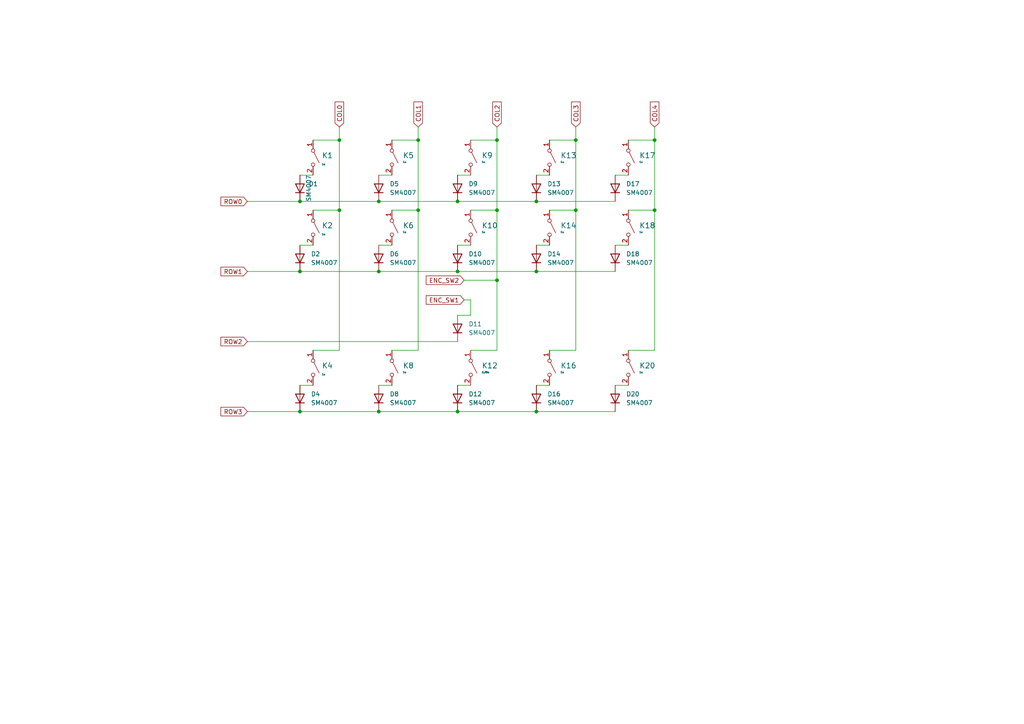
<source format=kicad_sch>
(kicad_sch (version 20230121) (generator eeschema)
  (paper "A4")
  (title_block (title "VMacPad PCB - Switches") (date "2023-08-07") (rev "1") (company "11kbd"))
  (lib_symbols
    (symbol "Diode:SM4007" (pin_numbers hide) (pin_names hide)
      (property "Reference" "D" (at 0 2.54 0))
      (property "Value" "SM4007" (at 0 -2.54 0))
      (symbol "SM4007_0_1"
        (polyline (pts (xy -1.27 1.27) (xy -1.27 -1.27)) (stroke (width 0.254)))
        (polyline (pts (xy 1.27 0) (xy -1.27 0)))
        (polyline (pts (xy 1.27 1.27) (xy 1.27 -1.27) (xy -1.27 0) (xy 1.27 1.27)) (stroke (width 0.254)))
      )
      (symbol "SM4007_1_1"
        (pin passive line (at -3.81 0 0) (length 2.54) (name "K") (number "1"))
        (pin passive line (at 3.81 0 180) (length 2.54) (name "A") (number "2"))
      )
    )
    (symbol "Switch:SW_SPST" (pin_names (offset 0) hide)
      (property "Reference" "SW" (at 0 3.175 0))
      (property "Value" "SW_SPST" (at 0 -2.54 0))
      (symbol "SW_SPST_0_0"
        (circle (center -2.032 0) (radius 0.508))
        (polyline (pts (xy -1.524 0.254) (xy 1.524 1.778)))
        (circle (center 2.032 0) (radius 0.508))
      )
      (symbol "SW_SPST_1_1"
        (pin passive line (at -5.08 0 0) (length 2.54) (name "A") (number "1"))
        (pin passive line (at 5.08 0 180) (length 2.54) (name "B") (number "2"))
      )
    )
  )
  (junction (at 189.865 40.64))
  (junction (at 144.145 60.96))
  (junction (at 109.855 119.38))
  (junction (at 167.005 40.64))
  (junction (at 109.855 58.42))
  (junction (at 189.865 60.96))
  (junction (at 155.575 119.38))
  (junction (at 155.575 78.74))
  (junction (at 121.285 60.96))
  (junction (at 121.285 40.64))
  (junction (at 132.715 58.42))
  (junction (at 167.005 60.96))
  (junction (at 144.145 40.64))
  (junction (at 144.145 81.28))
  (junction (at 132.715 119.38))
  (junction (at 98.425 40.64))
  (junction (at 155.575 58.42))
  (junction (at 109.855 78.74))
  (junction (at 132.715 78.74))
  (junction (at 86.995 58.42))
  (junction (at 86.995 78.74))
  (junction (at 86.995 119.38))
  (junction (at 98.425 60.96))
  (wire (pts (xy 90.805 60.96) (xy 98.425 60.96)))
  (wire (pts (xy 71.755 58.42) (xy 86.995 58.42)))
  (wire (pts (xy 113.665 101.6) (xy 121.285 101.6)))
  (wire (pts (xy 90.805 101.6) (xy 98.425 101.6)))
  (wire (pts (xy 109.855 50.8) (xy 113.665 50.8)))
  (wire (pts (xy 155.575 78.74) (xy 178.435 78.74)))
  (wire (pts (xy 155.575 119.38) (xy 178.435 119.38)))
  (wire (pts (xy 113.665 60.96) (xy 121.285 60.96)))
  (wire (pts (xy 144.145 36.83) (xy 144.145 40.64)))
  (wire (pts (xy 178.435 50.8) (xy 182.245 50.8)))
  (wire (pts (xy 132.715 111.76) (xy 136.525 111.76)))
  (wire (pts (xy 189.865 60.96) (xy 189.865 101.6)))
  (wire (pts (xy 86.995 58.42) (xy 109.855 58.42)))
  (wire (pts (xy 159.385 60.96) (xy 167.005 60.96)))
  (wire (pts (xy 132.715 71.12) (xy 136.525 71.12)))
  (wire (pts (xy 144.145 60.96) (xy 144.145 81.28)))
  (wire (pts (xy 86.995 50.8) (xy 90.805 50.8)))
  (wire (pts (xy 155.575 111.76) (xy 159.385 111.76)))
  (wire (pts (xy 121.285 60.96) (xy 121.285 101.6)))
  (wire (pts (xy 109.855 58.42) (xy 132.715 58.42)))
  (wire (pts (xy 159.385 101.6) (xy 167.005 101.6)))
  (wire (pts (xy 136.525 101.6) (xy 144.145 101.6)))
  (wire (pts (xy 155.575 58.42) (xy 178.435 58.42)))
  (wire (pts (xy 167.005 60.96) (xy 167.005 101.6)))
  (wire (pts (xy 155.575 71.12) (xy 159.385 71.12)))
  (wire (pts (xy 109.855 111.76) (xy 113.665 111.76)))
  (wire (pts (xy 189.865 40.64) (xy 182.245 40.64)))
  (wire (pts (xy 86.995 78.74) (xy 109.855 78.74)))
  (wire (pts (xy 86.995 119.38) (xy 109.855 119.38)))
  (wire (pts (xy 132.715 119.38) (xy 155.575 119.38)))
  (wire (pts (xy 121.285 36.83) (xy 121.285 40.64)))
  (wire (pts (xy 86.995 71.12) (xy 90.805 71.12)))
  (wire (pts (xy 90.805 40.64) (xy 98.425 40.64)))
  (wire (pts (xy 109.855 119.38) (xy 132.715 119.38)))
  (wire (pts (xy 98.425 60.96) (xy 98.425 101.6)))
  (wire (pts (xy 132.715 91.44) (xy 136.525 91.44)))
  (wire (pts (xy 182.245 101.6) (xy 189.865 101.6)))
  (wire (pts (xy 98.425 40.64) (xy 98.425 60.96)))
  (wire (pts (xy 178.435 71.12) (xy 182.245 71.12)))
  (wire (pts (xy 189.865 36.83) (xy 189.865 40.64)))
  (wire (pts (xy 71.755 78.74) (xy 86.995 78.74)))
  (wire (pts (xy 178.435 111.76) (xy 182.245 111.76)))
  (wire (pts (xy 109.855 71.12) (xy 113.665 71.12)))
  (wire (pts (xy 182.245 60.96) (xy 189.865 60.96)))
  (wire (pts (xy 189.865 40.64) (xy 189.865 60.96)))
  (wire (pts (xy 136.525 60.96) (xy 144.145 60.96)))
  (wire (pts (xy 136.525 86.995) (xy 136.525 91.44)))
  (wire (pts (xy 144.145 81.28) (xy 144.145 101.6)))
  (wire (pts (xy 71.755 119.38) (xy 86.995 119.38)))
  (wire (pts (xy 167.005 40.64) (xy 167.005 60.96)))
  (wire (pts (xy 86.995 111.76) (xy 90.805 111.76)))
  (wire (pts (xy 167.005 40.64) (xy 159.385 40.64)))
  (wire (pts (xy 109.855 78.74) (xy 132.715 78.74)))
  (wire (pts (xy 132.715 78.74) (xy 155.575 78.74)))
  (wire (pts (xy 134.62 86.995) (xy 136.525 86.995)))
  (wire (pts (xy 132.715 50.8) (xy 136.525 50.8)))
  (wire (pts (xy 71.755 99.06) (xy 132.715 99.06)))
  (wire (pts (xy 98.425 36.83) (xy 98.425 40.64)))
  (wire (pts (xy 134.62 81.28) (xy 144.145 81.28)))
  (wire (pts (xy 167.005 36.83) (xy 167.005 40.64)))
  (wire (pts (xy 121.285 40.64) (xy 121.285 60.96)))
  (wire (pts (xy 144.145 40.64) (xy 136.525 40.64)))
  (wire (pts (xy 155.575 50.8) (xy 159.385 50.8)))
  (wire (pts (xy 144.145 40.64) (xy 144.145 60.96)))
  (wire (pts (xy 121.285 40.64) (xy 113.665 40.64)))
  (wire (pts (xy 132.715 58.42) (xy 155.575 58.42)))
  (global_label "COL4" (shape input) (at 189.865 36.83 90) (property "Intersheetrefs" "${INTERSHEET_REFS}" (effects hide)))
  (global_label "COL1" (shape input) (at 121.285 36.83 90) (property "Intersheetrefs" "${INTERSHEET_REFS}" (effects hide)))
  (global_label "ROW2" (shape input) (at 71.755 99.06 180) (property "Intersheetrefs" "${INTERSHEET_REFS}" (effects hide)))
  (global_label "ROW0" (shape input) (at 71.755 58.42 180) (property "Intersheetrefs" "${INTERSHEET_REFS}" (effects hide)))
  (global_label "COL3" (shape input) (at 167.005 36.83 90) (property "Intersheetrefs" "${INTERSHEET_REFS}" (effects hide)))
  (global_label "COL2" (shape input) (at 144.145 36.83 90) (property "Intersheetrefs" "${INTERSHEET_REFS}" (effects hide)))
  (global_label "ENC_SW1" (shape input) (at 134.62 86.995 180) (property "Intersheetrefs" "${INTERSHEET_REFS}" (effects hide)))
  (global_label "ENC_SW2" (shape input) (at 134.62 81.28 180) (property "Intersheetrefs" "${INTERSHEET_REFS}" (effects hide)))
  (global_label "ROW3" (shape input) (at 71.755 119.38 180) (property "Intersheetrefs" "${INTERSHEET_REFS}" (effects hide)))
  (global_label "COL0" (shape input) (at 98.425 36.83 90) (property "Intersheetrefs" "${INTERSHEET_REFS}" (effects hide)))
  (global_label "ROW1" (shape input) (at 71.755 78.74 180) (property "Intersheetrefs" "${INTERSHEET_REFS}" (effects hide)))
  (symbol (lib_id "Diode:SM4007") (at 178.435 74.93 90) (unit 1)
    (property "Reference" "D18" (at 181.61 73.66 90) (effects (justify right)))
    (property "Value" "SM4007" (at 181.61 76.2 90) (effects (justify right)))
    (property "Footprint" "Diode_SMD:D_SOD-123F" (effects hide))
    (property "Datasheet" "http://cdn-reichelt.de/documents/datenblatt/A400/SMD1N400%23DIO.pdf" (effects hide))
    (property "Sim.Device" "D" (effects hide))
    (property "Sim.Pins" "1=K 2=A" (effects hide))
    (property "LCSC Part No" "C64898" (effects hide))
    (property "Package" "SOD-123FL" (effects hide))
    (property "LCSC" "C64898" (effects hide))
    (instances (project "vmacpad-pcb" (path "" (reference "D18") (unit 1))) (project "hedgehog-lite" (path "" (reference "D14") (unit 1))))
  )
  (symbol (lib_id "Switch:SW_SPST") (at 159.385 45.72 270) (unit 1)
    (property "Reference" "K13" (at 162.56 45.085 90) (effects (font (size 1.524 1.524)) (justify left)))
    (property "Value" "1u" (at 162.56 46.9899 90) (effects (font (size 0.508 0.508)) (justify left)))
    (property "Footprint" "acheron_MXH:MX100H" (effects hide))
    (property "LCSC Part No" "C5156480" (effects hide))
    (property "LCSC" "C5156480" (effects hide))
    (instances (project "vmacpad-pcb" (path "" (reference "K13") (unit 1))) (project "hedgehog-lite" (path "" (reference "K3") (unit 1))))
  )
  (symbol (lib_id "Switch:SW_SPST") (at 159.385 106.68 270) (unit 1)
    (property "Reference" "K16" (at 162.56 106.045 90) (effects (font (size 1.524 1.524)) (justify left)))
    (property "Value" "1u" (at 162.56 107.9499 90) (effects (font (size 0.508 0.508)) (justify left)))
    (property "Footprint" "acheron_MXH:MX100H" (effects hide))
    (property "LCSC Part No" "C5156480" (effects hide))
    (property "LCSC" "C5156480" (effects hide))
    (instances (project "vmacpad-pcb" (path "" (reference "K16") (unit 1))) (project "hedgehog-lite" (path "" (reference "K33") (unit 1))))
  )
  (symbol (lib_id "Switch:SW_SPST") (at 136.525 106.68 270) (unit 1)
    (property "Reference" "K12" (at 139.7 106.045 90) (effects (font (size 1.524 1.524)) (justify left)))
    (property "Value" "2.25u" (at 139.7 107.9499 90) (effects (font (size 0.508 0.508)) (justify left)))
    (property "Footprint" "acheron_MXH:MX225HR" (effects hide))
    (property "LCSC Part No" "C5156480" (effects hide))
    (property "LCSC" "C5156480" (effects hide))
    (instances (project "vmacpad-pcb" (path "" (reference "K12") (unit 1))) (project "hedgehog-lite" (path "" (reference "K32") (unit 1))))
  )
  (symbol (lib_id "Diode:SM4007") (at 178.435 54.61 90) (unit 1)
    (property "Reference" "D17" (at 181.61 53.34 90) (effects (justify right)))
    (property "Value" "SM4007" (at 181.61 55.88 90) (effects (justify right)))
    (property "Footprint" "Diode_SMD:D_SOD-123F" (effects hide))
    (property "Datasheet" "http://cdn-reichelt.de/documents/datenblatt/A400/SMD1N400%23DIO.pdf" (effects hide))
    (property "Sim.Device" "D" (effects hide))
    (property "Sim.Pins" "1=K 2=A" (effects hide))
    (property "LCSC Part No" "C64898" (effects hide))
    (property "Package" "SOD-123FL" (effects hide))
    (property "LCSC" "C64898" (effects hide))
    (instances (project "vmacpad-pcb" (path "" (reference "D17") (unit 1))) (project "hedgehog-lite" (path "" (reference "D4") (unit 1))))
  )
  (symbol (lib_id "Switch:SW_SPST") (at 182.245 66.04 270) (unit 1)
    (property "Reference" "K18" (at 185.42 65.405 90) (effects (font (size 1.524 1.524)) (justify left)))
    (property "Value" "1u" (at 185.42 67.3099 90) (effects (font (size 0.508 0.508)) (justify left)))
    (property "Footprint" "acheron_MXH:MX100H" (effects hide))
    (property "LCSC Part No" "C5156480" (effects hide))
    (property "LCSC" "C5156480" (effects hide))
    (instances (project "vmacpad-pcb" (path "" (reference "K18") (unit 1))) (project "hedgehog-lite" (path "" (reference "K14") (unit 1))))
  )
  (symbol (lib_id "Switch:SW_SPST") (at 113.665 66.04 270) (unit 1)
    (property "Reference" "K6" (at 116.84 65.405 90) (effects (font (size 1.524 1.524)) (justify left)))
    (property "Value" "1u" (at 116.84 67.3099 90) (effects (font (size 0.508 0.508)) (justify left)))
    (property "Footprint" "acheron_MXH:MX100H" (effects hide))
    (property "LCSC Part No" "C5156480" (effects hide))
    (property "LCSC" "C5156480" (effects hide))
    (instances (project "vmacpad-pcb" (path "" (reference "K6") (unit 1))) (project "hedgehog-lite" (path "" (reference "K11") (unit 1))))
  )
  (symbol (lib_id "Switch:SW_SPST") (at 182.245 45.72 270) (unit 1)
    (property "Reference" "K17" (at 185.42 45.085 90) (effects (font (size 1.524 1.524)) (justify left)))
    (property "Value" "1u" (at 185.42 46.9899 90) (effects (font (size 0.508 0.508)) (justify left)))
    (property "Footprint" "acheron_MXH:MX100H" (effects hide))
    (property "LCSC Part No" "C5156480" (effects hide))
    (property "LCSC" "C5156480" (effects hide))
    (instances (project "vmacpad-pcb" (path "" (reference "K17") (unit 1))) (project "hedgehog-lite" (path "" (reference "K4") (unit 1))))
  )
  (symbol (lib_id "Diode:SM4007") (at 86.995 54.61 90) (unit 1)
    (property "Reference" "D1" (at 89.535 53.3399 90) (effects (justify right)))
    (property "Value" "SM4007" (at 89.535 54.61 0))
    (property "Footprint" "Diode_SMD:D_SOD-123F" (effects hide))
    (property "Datasheet" "http://cdn-reichelt.de/documents/datenblatt/A400/SMD1N400%23DIO.pdf" (effects hide))
    (property "Sim.Device" "D" (effects hide))
    (property "Sim.Pins" "1=K 2=A" (effects hide))
    (property "LCSC Part No" "C64898" (effects hide))
    (property "Package" "SOD-123FL" (effects hide))
    (property "LCSC" "C64898" (effects hide))
    (instances (project "vmacpad-pcb" (path "" (reference "D1") (unit 1))) (project "hedgehog-lite" (path "" (reference "D0") (unit 1))))
  )
  (symbol (lib_id "Switch:SW_SPST") (at 136.525 45.72 270) (unit 1)
    (property "Reference" "K9" (at 139.7 45.085 90) (effects (font (size 1.524 1.524)) (justify left)))
    (property "Value" "1u" (at 139.7 46.9899 90) (effects (font (size 0.508 0.508)) (justify left)))
    (property "Footprint" "acheron_MXH:MX100H" (effects hide))
    (property "LCSC Part No" "C5156480" (effects hide))
    (property "LCSC" "C5156480" (effects hide))
    (instances (project "vmacpad-pcb" (path "" (reference "K9") (unit 1))) (project "hedgehog-lite" (path "" (reference "K2") (unit 1))))
  )
  (symbol (lib_id "Switch:SW_SPST") (at 113.665 106.68 270) (unit 1)
    (property "Reference" "K8" (at 116.84 106.045 90) (effects (font (size 1.524 1.524)) (justify left)))
    (property "Value" "1u" (at 116.84 107.9499 90) (effects (font (size 0.508 0.508)) (justify left)))
    (property "Footprint" "acheron_MXH:MX100H" (effects hide))
    (property "LCSC Part No" "C5156480" (effects hide))
    (property "LCSC" "C5156480" (effects hide))
    (instances (project "vmacpad-pcb" (path "" (reference "K8") (unit 1))) (project "hedgehog-lite" (path "" (reference "K31") (unit 1))))
  )
  (symbol (lib_id "Switch:SW_SPST") (at 90.805 106.68 270) (unit 1)
    (property "Reference" "K4" (at 93.345 106.045 90) (effects (font (size 1.524 1.524)) (justify left)))
    (property "Value" "1u" (at 93.345 108.5849 90) (effects (font (size 0.508 0.508)) (justify left)))
    (property "Footprint" "acheron_MXH:MX100H" (effects hide))
    (property "LCSC Part No" "C5156480" (effects hide))
    (property "LCSC" "C5156480" (effects hide))
    (instances (project "vmacpad-pcb" (path "" (reference "K4") (unit 1))) (project "hedgehog-lite" (path "" (reference "K30") (unit 1))))
  )
  (symbol (lib_id "Diode:SM4007") (at 132.715 54.61 90) (unit 1)
    (property "Reference" "D9" (at 135.89 53.34 90) (effects (justify right)))
    (property "Value" "SM4007" (at 135.89 55.88 90) (effects (justify right)))
    (property "Footprint" "Diode_SMD:D_SOD-123F" (effects hide))
    (property "Datasheet" "http://cdn-reichelt.de/documents/datenblatt/A400/SMD1N400%23DIO.pdf" (effects hide))
    (property "Sim.Device" "D" (effects hide))
    (property "Sim.Pins" "1=K 2=A" (effects hide))
    (property "LCSC Part No" "C64898" (effects hide))
    (property "Package" "SOD-123FL" (effects hide))
    (property "LCSC" "C64898" (effects hide))
    (instances (project "vmacpad-pcb" (path "" (reference "D9") (unit 1))) (project "hedgehog-lite" (path "" (reference "D2") (unit 1))))
  )
  (symbol (lib_id "Switch:SW_SPST") (at 182.245 106.68 270) (unit 1)
    (property "Reference" "K20" (at 185.42 106.045 90) (effects (font (size 1.524 1.524)) (justify left)))
    (property "Value" "1u" (at 185.42 107.9499 90) (effects (font (size 0.508 0.508)) (justify left)))
    (property "Footprint" "acheron_MXH:MX100H" (effects hide))
    (property "LCSC Part No" "C5156480" (effects hide))
    (property "LCSC" "C5156480" (effects hide))
    (instances (project "vmacpad-pcb" (path "" (reference "K20") (unit 1))) (project "hedgehog-lite" (path "" (reference "K34") (unit 1))))
  )
  (symbol (lib_id "Switch:SW_SPST") (at 159.385 66.04 270) (unit 1)
    (property "Reference" "K14" (at 162.56 65.405 90) (effects (font (size 1.524 1.524)) (justify left)))
    (property "Value" "1u" (at 162.56 67.3099 90) (effects (font (size 0.508 0.508)) (justify left)))
    (property "Footprint" "acheron_MXH:MX100H" (effects hide))
    (property "LCSC Part No" "C5156480" (effects hide))
    (property "LCSC" "C5156480" (effects hide))
    (instances (project "vmacpad-pcb" (path "" (reference "K14") (unit 1))) (project "hedgehog-lite" (path "" (reference "K13") (unit 1))))
  )
  (symbol (lib_id "Switch:SW_SPST") (at 136.525 66.04 270) (unit 1)
    (property "Reference" "K10" (at 139.7 65.405 90) (effects (font (size 1.524 1.524)) (justify left)))
    (property "Value" "1u" (at 139.7 67.3099 90) (effects (font (size 0.508 0.508)) (justify left)))
    (property "Footprint" "acheron_MXH:MX100H" (effects hide))
    (property "LCSC Part No" "C5156480" (effects hide))
    (property "LCSC" "C5156480" (effects hide))
    (instances (project "vmacpad-pcb" (path "" (reference "K10") (unit 1))) (project "hedgehog-lite" (path "" (reference "K12") (unit 1))))
  )
  (symbol (lib_id "Diode:SM4007") (at 109.855 54.61 90) (unit 1)
    (property "Reference" "D5" (at 113.03 53.34 90) (effects (justify right)))
    (property "Value" "SM4007" (at 113.03 55.88 90) (effects (justify right)))
    (property "Footprint" "Diode_SMD:D_SOD-123F" (effects hide))
    (property "Datasheet" "http://cdn-reichelt.de/documents/datenblatt/A400/SMD1N400%23DIO.pdf" (effects hide))
    (property "Sim.Device" "D" (effects hide))
    (property "Sim.Pins" "1=K 2=A" (effects hide))
    (property "LCSC Part No" "C64898" (effects hide))
    (property "Package" "SOD-123FL" (effects hide))
    (property "LCSC" "C64898" (effects hide))
    (instances (project "vmacpad-pcb" (path "" (reference "D5") (unit 1))) (project "hedgehog-lite" (path "" (reference "D1") (unit 1))))
  )
  (symbol (lib_id "Diode:SM4007") (at 109.855 74.93 90) (unit 1)
    (property "Reference" "D6" (at 113.03 73.66 90) (effects (justify right)))
    (property "Value" "SM4007" (at 113.03 76.2 90) (effects (justify right)))
    (property "Footprint" "Diode_SMD:D_SOD-123F" (effects hide))
    (property "Datasheet" "http://cdn-reichelt.de/documents/datenblatt/A400/SMD1N400%23DIO.pdf" (effects hide))
    (property "Sim.Device" "D" (effects hide))
    (property "Sim.Pins" "1=K 2=A" (effects hide))
    (property "LCSC Part No" "C64898" (effects hide))
    (property "Package" "SOD-123FL" (effects hide))
    (property "LCSC" "C64898" (effects hide))
    (instances (project "vmacpad-pcb" (path "" (reference "D6") (unit 1))) (project "hedgehog-lite" (path "" (reference "D11") (unit 1))))
  )
  (symbol (lib_id "Diode:SM4007") (at 132.715 95.25 90) (unit 1)
    (property "Reference" "D11" (at 135.89 93.98 90) (effects (justify right)))
    (property "Value" "SM4007" (at 135.89 96.52 90) (effects (justify right)))
    (property "Footprint" "Diode_SMD:D_SOD-123F" (effects hide))
    (property "Datasheet" "http://cdn-reichelt.de/documents/datenblatt/A400/SMD1N400%23DIO.pdf" (effects hide))
    (property "Sim.Device" "D" (effects hide))
    (property "Sim.Pins" "1=K 2=A" (effects hide))
    (property "LCSC Part No" "C64898" (effects hide))
    (property "Package" "SOD-123FL" (effects hide))
    (property "LCSC" "C64898" (effects hide))
    (instances (project "vmacpad-pcb" (path "" (reference "D11") (unit 1))) (project "hedgehog-lite" (path "" (reference "D22") (unit 1))))
  )
  (symbol (lib_id "Switch:SW_SPST") (at 113.665 45.72 270) (unit 1)
    (property "Reference" "K5" (at 116.84 45.085 90) (effects (font (size 1.524 1.524)) (justify left)))
    (property "Value" "1u" (at 116.84 46.9899 90) (effects (font (size 0.508 0.508)) (justify left)))
    (property "Footprint" "acheron_MXH:MX100H" (effects hide))
    (property "LCSC Part No" "C5156480" (effects hide))
    (property "LCSC" "C5156480" (effects hide))
    (instances (project "vmacpad-pcb" (path "" (reference "K5") (unit 1))) (project "hedgehog-lite" (path "" (reference "K1") (unit 1))))
  )
  (symbol (lib_id "Diode:SM4007") (at 86.995 74.93 90) (unit 1)
    (property "Reference" "D2" (at 90.17 73.66 90) (effects (justify right)))
    (property "Value" "SM4007" (at 90.17 76.2 90) (effects (justify right)))
    (property "Footprint" "Diode_SMD:D_SOD-123F" (effects hide))
    (property "Datasheet" "http://cdn-reichelt.de/documents/datenblatt/A400/SMD1N400%23DIO.pdf" (effects hide))
    (property "Sim.Device" "D" (effects hide))
    (property "Sim.Pins" "1=K 2=A" (effects hide))
    (property "LCSC Part No" "C64898" (effects hide))
    (property "Package" "SOD-123FL" (effects hide))
    (property "LCSC" "C64898" (effects hide))
    (instances (project "vmacpad-pcb" (path "" (reference "D2") (unit 1))) (project "hedgehog-lite" (path "" (reference "D10") (unit 1))))
  )
  (symbol (lib_id "Switch:SW_SPST") (at 90.805 66.04 270) (unit 1)
    (property "Reference" "K2" (at 93.345 65.405 90) (effects (font (size 1.524 1.524)) (justify left)))
    (property "Value" "1u" (at 93.345 67.9449 90) (effects (font (size 0.508 0.508)) (justify left)))
    (property "Footprint" "acheron_MXH:MX100H" (effects hide))
    (property "LCSC Part No" "C5156480" (effects hide))
    (property "LCSC" "C5156480" (effects hide))
    (instances (project "vmacpad-pcb" (path "" (reference "K2") (unit 1))) (project "hedgehog-lite" (path "" (reference "K10") (unit 1))))
  )
  (symbol (lib_id "Diode:SM4007") (at 132.715 74.93 90) (unit 1)
    (property "Reference" "D10" (at 135.89 73.66 90) (effects (justify right)))
    (property "Value" "SM4007" (at 135.89 76.2 90) (effects (justify right)))
    (property "Footprint" "Diode_SMD:D_SOD-123F" (effects hide))
    (property "Datasheet" "http://cdn-reichelt.de/documents/datenblatt/A400/SMD1N400%23DIO.pdf" (effects hide))
    (property "Sim.Device" "D" (effects hide))
    (property "Sim.Pins" "1=K 2=A" (effects hide))
    (property "LCSC Part No" "C64898" (effects hide))
    (property "Package" "SOD-123FL" (effects hide))
    (property "LCSC" "C64898" (effects hide))
    (instances (project "vmacpad-pcb" (path "" (reference "D10") (unit 1))) (project "hedgehog-lite" (path "" (reference "D12") (unit 1))))
  )
  (symbol (lib_id "Diode:SM4007") (at 155.575 54.61 90) (unit 1)
    (property "Reference" "D13" (at 158.75 53.34 90) (effects (justify right)))
    (property "Value" "SM4007" (at 158.75 55.88 90) (effects (justify right)))
    (property "Footprint" "Diode_SMD:D_SOD-123F" (effects hide))
    (property "Datasheet" "http://cdn-reichelt.de/documents/datenblatt/A400/SMD1N400%23DIO.pdf" (effects hide))
    (property "Sim.Device" "D" (effects hide))
    (property "Sim.Pins" "1=K 2=A" (effects hide))
    (property "LCSC Part No" "C64898" (effects hide))
    (property "Package" "SOD-123FL" (effects hide))
    (property "LCSC" "C64898" (effects hide))
    (instances (project "vmacpad-pcb" (path "" (reference "D13") (unit 1))) (project "hedgehog-lite" (path "" (reference "D3") (unit 1))))
  )
  (symbol (lib_id "Diode:SM4007") (at 178.435 115.57 90) (unit 1)
    (property "Reference" "D20" (at 181.61 114.3 90) (effects (justify right)))
    (property "Value" "SM4007" (at 181.61 116.84 90) (effects (justify right)))
    (property "Footprint" "Diode_SMD:D_SOD-123F" (effects hide))
    (property "Datasheet" "http://cdn-reichelt.de/documents/datenblatt/A400/SMD1N400%23DIO.pdf" (effects hide))
    (property "Sim.Device" "D" (effects hide))
    (property "Sim.Pins" "1=K 2=A" (effects hide))
    (property "LCSC Part No" "C64898" (effects hide))
    (property "Package" "SOD-123FL" (effects hide))
    (property "LCSC" "C64898" (effects hide))
    (instances (project "vmacpad-pcb" (path "" (reference "D20") (unit 1))) (project "hedgehog-lite" (path "" (reference "D34") (unit 1))))
  )
  (symbol (lib_id "Switch:SW_SPST") (at 90.805 45.72 270) (unit 1)
    (property "Reference" "K1" (at 93.345 45.085 90) (effects (font (size 1.524 1.524)) (justify left)))
    (property "Value" "1u" (at 93.345 47.6249 90) (effects (font (size 0.508 0.508)) (justify left)))
    (property "Footprint" "acheron_MXH:MX100H" (effects hide))
    (property "LCSC Part No" "C5156480" (effects hide))
    (property "LCSC" "C5156480" (effects hide))
    (instances (project "vmacpad-pcb" (path "" (reference "K1") (unit 1))) (project "hedgehog-lite" (path "" (reference "K0") (unit 1))))
  )
  (symbol (lib_id "Diode:SM4007") (at 155.575 74.93 90) (unit 1)
    (property "Reference" "D14" (at 158.75 73.66 90) (effects (justify right)))
    (property "Value" "SM4007" (at 158.75 76.2 90) (effects (justify right)))
    (property "Footprint" "Diode_SMD:D_SOD-123F" (effects hide))
    (property "Datasheet" "http://cdn-reichelt.de/documents/datenblatt/A400/SMD1N400%23DIO.pdf" (effects hide))
    (property "Sim.Device" "D" (effects hide))
    (property "Sim.Pins" "1=K 2=A" (effects hide))
    (property "LCSC Part No" "C64898" (effects hide))
    (property "Package" "SOD-123FL" (effects hide))
    (property "LCSC" "C64898" (effects hide))
    (instances (project "vmacpad-pcb" (path "" (reference "D14") (unit 1))) (project "hedgehog-lite" (path "" (reference "D13") (unit 1))))
  )
  (symbol (lib_id "Diode:SM4007") (at 86.995 115.57 90) (unit 1)
    (property "Reference" "D4" (at 90.17 114.3 90) (effects (justify right)))
    (property "Value" "SM4007" (at 90.17 116.84 90) (effects (justify right)))
    (property "Footprint" "Diode_SMD:D_SOD-123F" (effects hide))
    (property "Datasheet" "http://cdn-reichelt.de/documents/datenblatt/A400/SMD1N400%23DIO.pdf" (effects hide))
    (property "Sim.Device" "D" (effects hide))
    (property "Sim.Pins" "1=K 2=A" (effects hide))
    (property "LCSC Part No" "C64898" (effects hide))
    (property "Package" "SOD-123FL" (effects hide))
    (property "LCSC" "C64898" (effects hide))
    (instances (project "vmacpad-pcb" (path "" (reference "D4") (unit 1))) (project "hedgehog-lite" (path "" (reference "D30") (unit 1))))
  )
  (symbol (lib_id "Diode:SM4007") (at 109.855 115.57 90) (unit 1)
    (property "Reference" "D8" (at 113.03 114.3 90) (effects (justify right)))
    (property "Value" "SM4007" (at 113.03 116.84 90) (effects (justify right)))
    (property "Footprint" "Diode_SMD:D_SOD-123F" (effects hide))
    (property "Datasheet" "http://cdn-reichelt.de/documents/datenblatt/A400/SMD1N400%23DIO.pdf" (effects hide))
    (property "Sim.Device" "D" (effects hide))
    (property "Sim.Pins" "1=K 2=A" (effects hide))
    (property "LCSC Part No" "C64898" (effects hide))
    (property "Package" "SOD-123FL" (effects hide))
    (property "LCSC" "C64898" (effects hide))
    (instances (project "vmacpad-pcb" (path "" (reference "D8") (unit 1))) (project "hedgehog-lite" (path "" (reference "D31") (unit 1))))
  )
  (symbol (lib_id "Diode:SM4007") (at 132.715 115.57 90) (unit 1)
    (property "Reference" "D12" (at 135.89 114.3 90) (effects (justify right)))
    (property "Value" "SM4007" (at 135.89 116.84 90) (effects (justify right)))
    (property "Footprint" "Diode_SMD:D_SOD-123F" (effects hide))
    (property "Datasheet" "http://cdn-reichelt.de/documents/datenblatt/A400/SMD1N400%23DIO.pdf" (effects hide))
    (property "Sim.Device" "D" (effects hide))
    (property "Sim.Pins" "1=K 2=A" (effects hide))
    (property "LCSC Part No" "C64898" (effects hide))
    (property "Package" "SOD-123FL" (effects hide))
    (property "LCSC" "C64898" (effects hide))
    (instances (project "vmacpad-pcb" (path "" (reference "D12") (unit 1))) (project "hedgehog-lite" (path "" (reference "D32") (unit 1))))
  )
  (symbol (lib_id "Diode:SM4007") (at 155.575 115.57 90) (unit 1)
    (property "Reference" "D16" (at 158.75 114.3 90) (effects (justify right)))
    (property "Value" "SM4007" (at 158.75 116.84 90) (effects (justify right)))
    (property "Footprint" "Diode_SMD:D_SOD-123F" (effects hide))
    (property "Datasheet" "http://cdn-reichelt.de/documents/datenblatt/A400/SMD1N400%23DIO.pdf" (effects hide))
    (property "Sim.Device" "D" (effects hide))
    (property "Sim.Pins" "1=K 2=A" (effects hide))
    (property "LCSC Part No" "C64898" (effects hide))
    (property "Package" "SOD-123FL" (effects hide))
    (property "LCSC" "C64898" (effects hide))
    (instances (project "vmacpad-pcb" (path "" (reference "D16") (unit 1))) (project "hedgehog-lite" (path "" (reference "D33") (unit 1))))
  )
)
</source>
